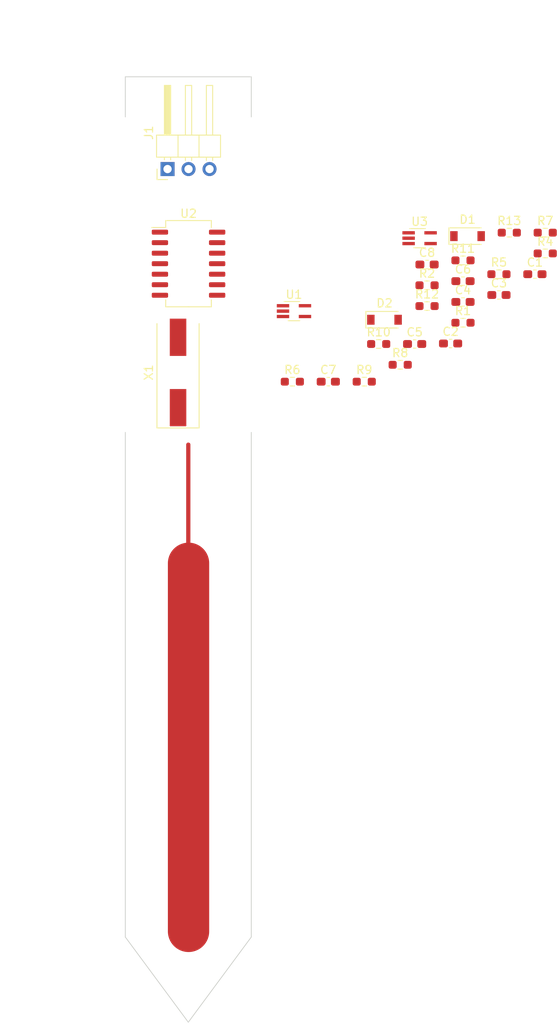
<source format=kicad_pcb>
(kicad_pcb (version 20211014) (generator pcbnew)
  (layers (0 "F.Cu" signal) (31 "B.Cu" signal) (34 "B.Paste" user) (35 "F.Paste" user) (36 "B.SilkS" user "B.Silkscreen") (37 "F.SilkS" user "F.Silkscreen") (38 "B.Mask" user) (39 "F.Mask" user) (44 "Edge.Cuts" user))
  (net 0 "")
  (net 1 "Net-(C1-Pad1)")
  (net 2 "GND")
  (net 3 "Net-(C2-Pad1)")
  (net 4 "VCC")
  (net 5 "/SENSE_LOW")
  (net 6 "/SENSE_HIGH")
  (net 7 "/SENSOR_TRACK")
  (net 8 "Net-(R4-Pad2)")
  (net 9 "Net-(R12-Pad2)")
  (net 10 "Net-(R10-Pad1)")
  (net 11 "/OUT")
  (net 12 "Net-(C7-Pad1)")
  (net 13 "Net-(R12-Pad1)")
  (net 14 "Net-(R13-Pad2)")
  (net 15 "Net-(U2-Pad9)")
  (net 16 "Net-(U2-Pad6)")
  (footprint "Connector_PinHeader_2.54mm:PinHeader_1x03_P2.54mm_Horizontal" (layer "F.Cu") (at 104.14 39.37 90)
    (fp_text reference "J1" (at 4.385 -2.27 90) (layer "F.SilkS"))
    (fp_text value "Conn_01x03")
    (fp_line (start 4.1 -0.38) (end 10.1 -0.38) (layer "F.SilkS") (width 0.12))
    (fp_line (start 1.042929 2.92) (end 1.44 2.92) (layer "F.SilkS") (width 0.12))
    (fp_line (start 4.1 4.7) (end 10.1 4.7) (layer "F.SilkS") (width 0.12))
    (fp_line (start 10.1 5.46) (end 4.1 5.46) (layer "F.SilkS") (width 0.12))
    (fp_line (start 1.44 6.41) (end 4.1 6.41) (layer "F.SilkS") (width 0.12))
    (fp_line (start 10.1 0.38) (end 4.1 0.38) (layer "F.SilkS") (width 0.12))
    (fp_line (start 10.1 4.7) (end 10.1 5.46) (layer "F.SilkS") (width 0.12))
    (fp_line (start 1.44 1.27) (end 4.1 1.27) (layer "F.SilkS") (width 0.12))
    (fp_line (start 1.11 0.38) (end 1.44 0.38) (layer "F.SilkS") (width 0.12))
    (fp_line (start -1.27 0) (end -1.27 -1.27) (layer "F.SilkS") (width 0.12))
    (fp_line (start 4.1 -0.08) (end 10.1 -0.08) (layer "F.SilkS") (width 0.12))
    (fp_line (start 4.1 -0.32) (end 10.1 -0.32) (layer "F.SilkS") (width 0.12))
    (fp_line (start 1.042929 2.16) (end 1.44 2.16) (layer "F.SilkS") (width 0.12))
    (fp_line (start 1.44 3.81) (end 4.1 3.81) (layer "F.SilkS") (width 0.12))
    (fp_line (start 4.1 -0.2) (end 10.1 -0.2) (layer "F.SilkS") (width 0.12))
    (fp_line (start 1.44 -1.33) (end 1.44 6.41) (layer "F.SilkS") (width 0.12))
    (fp_line (start 4.1 0.28) (end 10.1 0.28) (layer "F.SilkS") (width 0.12))
    (fp_line (start 4.1 0.04) (end 10.1 0.04) (layer "F.SilkS") (width 0.12))
    (fp_line (start 10.1 -0.38) (end 10.1 0.38) (layer "F.SilkS") (width 0.12))
    (fp_line (start 4.1 2.16) (end 10.1 2.16) (layer "F.SilkS") (width 0.12))
    (fp_line (start 10.1 2.16) (end 10.1 2.92) (layer "F.SilkS") (width 0.12))
    (fp_line (start 1.11 -0.38) (end 1.44 -0.38) (layer "F.SilkS") (width 0.12))
    (fp_line (start 1.042929 4.7) (end 1.44 4.7) (layer "F.SilkS") (width 0.12))
    (fp_line (start -1.27 -1.27) (end 0 -1.27) (layer "F.SilkS") (width 0.12))
    (fp_line (start 4.1 6.41) (end 4.1 -1.33) (layer "F.SilkS") (width 0.12))
    (fp_line (start 1.042929 5.46) (end 1.44 5.46) (layer "F.SilkS") (width 0.12))
    (fp_line (start 4.1 0.16) (end 10.1 0.16) (layer "F.SilkS") (width 0.12))
    (fp_line (start 10.1 2.92) (end 4.1 2.92) (layer "F.SilkS") (width 0.12))
    (fp_line (start 4.1 -1.33) (end 1.44 -1.33) (layer "F.SilkS") (width 0.12))
    (pad "1" thru_hole rect (at 0 0 90) (size 1.7 1.7) (drill 1) (layers *.Cu *.Mask) (net 2 "GND"))
    (pad "2" thru_hole oval (at 0 2.54 90) (size 1.7 1.7) (drill 1) (layers *.Cu *.Mask) (net 11 "/OUT"))
    (pad "3" thru_hole oval (at 0 5.08 90) (size 1.7 1.7) (drill 1) (layers *.Cu *.Mask) (net 4 "VCC"))
  )
  (footprint "Resistor_SMD:R_0603_1608Metric_Pad0.98x0.95mm_HandSolder" (layer "F.Cu") (at 139.89 50.4)
    (fp_text reference "R11" (at 0 -1.43) (layer "F.SilkS"))
    (fp_text value "10k 0.1%")
    (fp_line (start -0.254724 0.5225) (end 0.254724 0.5225) (layer "F.SilkS") (width 0.12))
    (fp_line (start -0.254724 -0.5225) (end 0.254724 -0.5225) (layer "F.SilkS") (width 0.12))
    (pad "1" smd roundrect (at -0.9125 0) (size 0.975 0.95) (layers "F.Cu" "F.Paste" "F.Mask") (net 10 "Net-(R10-Pad1)"))
    (pad "2" smd roundrect (at 0.9125 0) (size 0.975 0.95) (layers "F.Cu" "F.Paste" "F.Mask") (net 2 "GND"))
  )
  (footprint "Resistor_SMD:R_0603_1608Metric_Pad0.98x0.95mm_HandSolder" (layer "F.Cu") (at 149.84 47.05)
    (fp_text reference "R7" (at 0 -1.43) (layer "F.SilkS"))
    (fp_text value "1M")
    (fp_line (start -0.254724 -0.5225) (end 0.254724 -0.5225) (layer "F.SilkS") (width 0.12))
    (fp_line (start -0.254724 0.5225) (end 0.254724 0.5225) (layer "F.SilkS") (width 0.12))
    (pad "1" smd roundrect (at -0.9125 0) (size 0.975 0.95) (layers "F.Cu" "F.Paste" "F.Mask") (net 2 "GND"))
    (pad "2" smd roundrect (at 0.9125 0) (size 0.975 0.95) (layers "F.Cu" "F.Paste" "F.Mask") (net 5 "/SENSE_LOW"))
  )
  (footprint "Capacitor_SMD:C_0603_1608Metric_Pad1.08x0.95mm_HandSolder" (layer "F.Cu") (at 134.04 60.5)
    (fp_text reference "C5" (at 0 -1.43) (layer "F.SilkS"))
    (fp_text value "1n")
    (fp_line (start -0.146267 -0.51) (end 0.146267 -0.51) (layer "F.SilkS") (width 0.12))
    (fp_line (start -0.146267 0.51) (end 0.146267 0.51) (layer "F.SilkS") (width 0.12))
    (pad "1" smd roundrect (at -0.8625 0) (size 1.075 0.95) (layers "F.Cu" "F.Paste" "F.Mask") (net 6 "/SENSE_HIGH"))
    (pad "2" smd roundrect (at 0.8625 0) (size 1.075 0.95) (layers "F.Cu" "F.Paste" "F.Mask") (net 2 "GND"))
  )
  (footprint "Resistor_SMD:R_0603_1608Metric_Pad0.98x0.95mm_HandSolder" (layer "F.Cu") (at 135.54 55.92)
    (fp_text reference "R12" (at 0 -1.43) (layer "F.SilkS"))
    (fp_text value "10k 0.1%")
    (fp_line (start -0.254724 -0.5225) (end 0.254724 -0.5225) (layer "F.SilkS") (width 0.12))
    (fp_line (start -0.254724 0.5225) (end 0.254724 0.5225) (layer "F.SilkS") (width 0.12))
    (pad "1" smd roundrect (at -0.9125 0) (size 0.975 0.95) (layers "F.Cu" "F.Paste" "F.Mask") (net 13 "Net-(R12-Pad1)"))
    (pad "2" smd roundrect (at 0.9125 0) (size 0.975 0.95) (layers "F.Cu" "F.Paste" "F.Mask") (net 9 "Net-(R12-Pad2)"))
  )
  (footprint "Resistor_SMD:R_0603_1608Metric_Pad0.98x0.95mm_HandSolder" (layer "F.Cu") (at 135.54 53.41)
    (fp_text reference "R2" (at 0 -1.43) (layer "F.SilkS"))
    (fp_text value "10k")
    (fp_line (start -0.254724 -0.5225) (end 0.254724 -0.5225) (layer "F.SilkS") (width 0.12))
    (fp_line (start -0.254724 0.5225) (end 0.254724 0.5225) (layer "F.SilkS") (width 0.12))
    (pad "1" smd roundrect (at -0.9125 0) (size 0.975 0.95) (layers "F.Cu" "F.Paste" "F.Mask") (net 12 "Net-(C7-Pad1)"))
    (pad "2" smd roundrect (at 0.9125 0) (size 0.975 0.95) (layers "F.Cu" "F.Paste" "F.Mask") (net 13 "Net-(R12-Pad1)"))
  )
  (footprint "Resistor_SMD:R_0603_1608Metric_Pad0.98x0.95mm_HandSolder" (layer "F.Cu") (at 144.24 52.07)
    (fp_text reference "R5" (at 0 -1.43) (layer "F.SilkS"))
    (fp_text value "1M")
    (fp_line (start -0.254724 -0.5225) (end 0.254724 -0.5225) (layer "F.SilkS") (width 0.12))
    (fp_line (start -0.254724 0.5225) (end 0.254724 0.5225) (layer "F.SilkS") (width 0.12))
    (pad "1" smd roundrect (at -0.9125 0) (size 0.975 0.95) (layers "F.Cu" "F.Paste" "F.Mask") (net 5 "/SENSE_LOW"))
    (pad "2" smd roundrect (at 0.9125 0) (size 0.975 0.95) (layers "F.Cu" "F.Paste" "F.Mask") (net 4 "VCC"))
  )
  (footprint "Resistor_SMD:R_0603_1608Metric_Pad0.98x0.95mm_HandSolder" (layer "F.Cu") (at 129.69 60.5)
    (fp_text reference "R10" (at 0 -1.43) (layer "F.SilkS"))
    (fp_text value "10k 0.1%")
    (fp_line (start -0.254724 0.5225) (end 0.254724 0.5225) (layer "F.SilkS") (width 0.12))
    (fp_line (start -0.254724 -0.5225) (end 0.254724 -0.5225) (layer "F.SilkS") (width 0.12))
    (pad "1" smd roundrect (at -0.9125 0) (size 0.975 0.95) (layers "F.Cu" "F.Paste" "F.Mask") (net 10 "Net-(R10-Pad1)"))
    (pad "2" smd roundrect (at 0.9125 0) (size 0.975 0.95) (layers "F.Cu" "F.Paste" "F.Mask") (net 16 "Net-(U2-Pad6)"))
  )
  (footprint "Capacitor_SMD:C_0603_1608Metric_Pad1.08x0.95mm_HandSolder" (layer "F.Cu") (at 139.89 52.91)
    (fp_text reference "C6" (at 0 -1.43) (layer "F.SilkS"))
    (fp_text value "1u")
    (fp_line (start -0.146267 -0.51) (end 0.146267 -0.51) (layer "F.SilkS") (width 0.12))
    (fp_line (start -0.146267 0.51) (end 0.146267 0.51) (layer "F.SilkS") (width 0.12))
    (pad "1" smd roundrect (at -0.8625 0) (size 1.075 0.95) (layers "F.Cu" "F.Paste" "F.Mask") (net 4 "VCC"))
    (pad "2" smd roundrect (at 0.8625 0) (size 1.075 0.95) (layers "F.Cu" "F.Paste" "F.Mask") (net 2 "GND"))
  )
  (footprint "Capacitor_SMD:C_0603_1608Metric_Pad1.08x0.95mm_HandSolder" (layer "F.Cu") (at 139.89 55.42)
    (fp_text reference "C4" (at 0 -1.43) (layer "F.SilkS"))
    (fp_text value "1n")
    (fp_line (start -0.146267 -0.51) (end 0.146267 -0.51) (layer "F.SilkS") (width 0.12))
    (fp_line (start -0.146267 0.51) (end 0.146267 0.51) (layer "F.SilkS") (width 0.12))
    (pad "1" smd roundrect (at -0.8625 0) (size 1.075 0.95) (layers "F.Cu" "F.Paste" "F.Mask") (net 5 "/SENSE_LOW"))
    (pad "2" smd roundrect (at 0.8625 0) (size 1.075 0.95) (layers "F.Cu" "F.Paste" "F.Mask") (net 2 "GND"))
  )
  (footprint "Resistor_SMD:R_0603_1608Metric_Pad0.98x0.95mm_HandSolder" (layer "F.Cu") (at 139.89 57.93)
    (fp_text reference "R1" (at 0 -1.43) (layer "F.SilkS"))
    (fp_text value "1M")
    (fp_line (start -0.254724 -0.5225) (end 0.254724 -0.5225) (layer "F.SilkS") (width 0.12))
    (fp_line (start -0.254724 0.5225) (end 0.254724 0.5225) (layer "F.SilkS") (width 0.12))
    (pad "1" smd roundrect (at -0.9125 0) (size 0.975 0.95) (layers "F.Cu" "F.Paste" "F.Mask") (net 3 "Net-(C2-Pad1)"))
    (pad "2" smd roundrect (at 0.9125 0) (size 0.975 0.95) (layers "F.Cu" "F.Paste" "F.Mask") (net 1 "Net-(C1-Pad1)"))
  )
  (footprint "Resistor_SMD:R_0603_1608Metric_Pad0.98x0.95mm_HandSolder" (layer "F.Cu") (at 149.84 49.56)
    (fp_text reference "R4" (at 0 -1.43) (layer "F.SilkS"))
    (fp_text value "330")
    (fp_line (start -0.254724 -0.5225) (end 0.254724 -0.5225) (layer "F.SilkS") (width 0.12))
    (fp_line (start -0.254724 0.5225) (end 0.254724 0.5225) (layer "F.SilkS") (width 0.12))
    (pad "1" smd roundrect (at -0.9125 0) (size 0.975 0.95) (layers "F.Cu" "F.Paste" "F.Mask") (net 7 "/SENSOR_TRACK"))
    (pad "2" smd roundrect (at 0.9125 0) (size 0.975 0.95) (layers "F.Cu" "F.Paste" "F.Mask") (net 8 "Net-(R4-Pad2)"))
  )
  (footprint "Capacitor_SMD:C_0603_1608Metric_Pad1.08x0.95mm_HandSolder" (layer "F.Cu") (at 144.24 54.58)
    (fp_text reference "C3" (at 0 -1.43) (layer "F.SilkS"))
    (fp_text value "1u")
    (fp_line (start -0.146267 -0.51) (end 0.146267 -0.51) (layer "F.SilkS") (width 0.12))
    (fp_line (start -0.146267 0.51) (end 0.146267 0.51) (layer "F.SilkS") (width 0.12))
    (pad "1" smd roundrect (at -0.8625 0) (size 1.075 0.95) (layers "F.Cu" "F.Paste" "F.Mask") (net 4 "VCC"))
    (pad "2" smd roundrect (at 0.8625 0) (size 1.075 0.95) (layers "F.Cu" "F.Paste" "F.Mask") (net 2 "GND"))
  )
  (footprint "Resistor_SMD:R_0603_1608Metric_Pad0.98x0.95mm_HandSolder" (layer "F.Cu") (at 119.24 65.05)
    (fp_text reference "R6" (at 0 -1.43) (layer "F.SilkS"))
    (fp_text value "1M")
    (fp_line (start -0.254724 0.5225) (end 0.254724 0.5225) (layer "F.SilkS") (width 0.12))
    (fp_line (start -0.254724 -0.5225) (end 0.254724 -0.5225) (layer "F.SilkS") (width 0.12))
    (pad "1" smd roundrect (at -0.9125 0) (size 0.975 0.95) (layers "F.Cu" "F.Paste" "F.Mask") (net 6 "/SENSE_HIGH"))
    (pad "2" smd roundrect (at 0.9125 0) (size 0.975 0.95) (layers "F.Cu" "F.Paste" "F.Mask") (net 4 "VCC"))
  )
  (footprint "Capacitor_SMD:C_0603_1608Metric_Pad1.08x0.95mm_HandSolder" (layer "F.Cu") (at 135.54 50.9)
    (fp_text reference "C8" (at 0 -1.43) (layer "F.SilkS"))
    (fp_text value "1u")
    (fp_line (start -0.146267 0.51) (end 0.146267 0.51) (layer "F.SilkS") (width 0.12))
    (fp_line (start -0.146267 -0.51) (end 0.146267 -0.51) (layer "F.SilkS") (width 0.12))
    (pad "1" smd roundrect (at -0.8625 0) (size 1.075 0.95) (layers "F.Cu" "F.Paste" "F.Mask") (net 11 "/OUT"))
    (pad "2" smd roundrect (at 0.8625 0) (size 1.075 0.95) (layers "F.Cu" "F.Paste" "F.Mask") (net 2 "GND"))
  )
  (footprint "Capacitor_SMD:C_0603_1608Metric_Pad1.08x0.95mm_HandSolder" (layer "F.Cu") (at 123.59 65.05)
    (fp_text reference "C7" (at 0 -1.43) (layer "F.SilkS"))
    (fp_text value "1u")
    (fp_line (start -0.146267 -0.51) (end 0.146267 -0.51) (layer "F.SilkS") (width 0.12))
    (fp_line (start -0.146267 0.51) (end 0.146267 0.51) (layer "F.SilkS") (width 0.12))
    (pad "1" smd roundrect (at -0.8625 0) (size 1.075 0.95) (layers "F.Cu" "F.Paste" "F.Mask") (net 12 "Net-(C7-Pad1)"))
    (pad "2" smd roundrect (at 0.8625 0) (size 1.075 0.95) (layers "F.Cu" "F.Paste" "F.Mask") (net 2 "GND"))
  )
  (footprint "Capacitor_SMD:C_0603_1608Metric_Pad1.08x0.95mm_HandSolder" (layer "F.Cu") (at 138.39 60.44)
    (fp_text reference "C2" (at 0 -1.43) (layer "F.SilkS"))
    (fp_text value "18p")
    (fp_line (start -0.146267 0.51) (end 0.146267 0.51) (layer "F.SilkS") (width 0.12))
    (fp_line (start -0.146267 -0.51) (end 0.146267 -0.51) (layer "F.SilkS") (width 0.12))
    (pad "1" smd roundrect (at -0.8625 0) (size 1.075 0.95) (layers "F.Cu" "F.Paste" "F.Mask") (net 3 "Net-(C2-Pad1)"))
    (pad "2" smd roundrect (at 0.8625 0) (size 1.075 0.95) (layers "F.Cu" "F.Paste" "F.Mask") (net 2 "GND"))
  )
  (footprint "Diode_SMD:D_SOD-123" (layer "F.Cu") (at 140.44 47.47)
    (fp_text reference "D1" (at 0 -2) (layer "F.SilkS"))
    (fp_text value "DIODESCH")
    (fp_line (start -2.25 -1) (end 1.65 -1) (layer "F.SilkS") (width 0.12))
    (fp_line (start -2.25 -1) (end -2.25 1) (layer "F.SilkS") (width 0.12))
    (fp_line (start -2.25 1) (end 1.65 1) (layer "F.SilkS") (width 0.12))
    (pad "1" smd rect (at -1.65 0) (size 0.9 1.2) (layers "F.Cu" "F.Paste" "F.Mask") (net 5 "/SENSE_LOW"))
    (pad "2" smd rect (at 1.65 0) (size 0.9 1.2) (layers "F.Cu" "F.Paste" "F.Mask") (net 7 "/SENSOR_TRACK"))
  )
  (footprint "Package_SO:SO-14_5.3x10.2mm_P1.27mm" (layer "F.Cu") (at 106.68 50.8)
    (fp_text reference "U2" (at 0 -6.05) (layer "F.SilkS"))
    (fp_text value "LM224")
    (fp_line (start -2.76 -5.21) (end -2.76 -4.37) (layer "F.SilkS") (width 0.12))
    (fp_line (start -2.76 5.21) (end -2.76 4.37) (layer "F.SilkS") (width 0.12))
    (fp_line (start 0 -5.21) (end 2.76 -5.21) (layer "F.SilkS") (width 0.12))
    (fp_line (start 0 -5.21) (end -2.76 -5.21) (layer "F.SilkS") (width 0.12))
    (fp_line (start 0 5.21) (end -2.76 5.21) (layer "F.SilkS") (width 0.12))
    (fp_line (start 0 5.21) (end 2.76 5.21) (layer "F.SilkS") (width 0.12))
    (fp_line (start 2.76 5.21) (end 2.76 4.37) (layer "F.SilkS") (width 0.12))
    (fp_line (start -2.76 -4.37) (end -4.45 -4.37) (layer "F.SilkS") (width 0.12))
    (fp_line (start 2.76 -5.21) (end 2.76 -4.37) (layer "F.SilkS") (width 0.12))
    (pad "1" smd roundrect (at -3.4625 -3.81) (size 1.975 0.6) (layers "F.Cu" "F.Paste" "F.Mask") (net 14 "Net-(R13-Pad2)"))
    (pad "2" smd roundrect (at -3.4625 -2.54) (size 1.975 0.6) (layers "F.Cu" "F.Paste" "F.Mask") (net 14 "Net-(R13-Pad2)"))
    (pad "3" smd roundrect (at -3.4625 -1.27) (size 1.975 0.6) (layers "F.Cu" "F.Paste" "F.Mask") (net 12 "Net-(C7-Pad1)"))
    (pad "4" smd roundrect (at -3.4625 0) (size 1.975 0.6) (layers "F.Cu" "F.Paste" "F.Mask") (net 4 "VCC"))
    (pad "5" smd roundrect (at -3.4625 1.27) (size 1.975 0.6) (layers "F.Cu" "F.Paste" "F.Mask") (net 6 "/SENSE_HIGH"))
    (pad "6" smd roundrect (at -3.4625 2.54) (size 1.975 0.6) (layers "F.Cu" "F.Paste" "F.Mask") (net 16 "Net-(U2-Pad6)"))
    (pad "7" smd roundrect (at -3.4625 3.81) (size 1.975 0.6) (layers "F.Cu" "F.Paste" "F.Mask") (net 16 "Net-(U2-Pad6)"))
    (pad "8" smd roundrect (at 3.4625 3.81) (size 1.975 0.6) (layers "F.Cu" "F.Paste" "F.Mask") (net 15 "Net-(U2-Pad9)"))
    (pad "9" smd roundrect (at 3.4625 2.54) (size 1.975 0.6) (layers "F.Cu" "F.Paste" "F.Mask") (net 15 "Net-(U2-Pad9)"))
    (pad "10" smd roundrect (at 3.4625 1.27) (size 1.975 0.6) (layers "F.Cu" "F.Paste" "F.Mask") (net 5 "/SENSE_LOW"))
    (pad "11" smd roundrect (at 3.4625 0) (size 1.975 0.6) (layers "F.Cu" "F.Paste" "F.Mask") (net 2 "GND"))
    (pad "12" smd roundrect (at 3.4625 -1.27) (size 1.975 0.6) (layers "F.Cu" "F.Paste" "F.Mask") (net 10 "Net-(R10-Pad1)"))
    (pad "13" smd roundrect (at 3.4625 -2.54) (size 1.975 0.6) (layers "F.Cu" "F.Paste" "F.Mask") (net 9 "Net-(R12-Pad2)"))
    (pad "14" smd roundrect (at 3.4625 -3.81) (size 1.975 0.6) (layers "F.Cu" "F.Paste" "F.Mask") (net 13 "Net-(R12-Pad1)"))
  )
  (footprint "Package_TO_SOT_SMD:SOT-353_SC-70-5_Handsoldering" (layer "F.Cu") (at 134.64 47.72)
    (fp_text reference "U3" (at 0 -2) (layer "F.SilkS"))
    (fp_text value "74AHC1GU04")
    (fp_line (start -0.7 1.16) (end 0.7 1.16) (layer "F.SilkS") (width 0.12))
    (fp_line (start 0.7 -1.16) (end -1.2 -1.16) (layer "F.SilkS") (width 0.12))
    (pad "1" smd rect (at -1.33 -0.65) (size 1.5 0.4) (layers "F.Cu" "F.Paste" "F.Mask"))
    (pad "2" smd rect (at -1.33 0) (size 1.5 0.4) (layers "F.Cu" "F.Paste" "F.Mask") (net 3 "Net-(C2-Pad1)"))
    (pad "3" smd rect (at -1.33 0.65) (size 1.5 0.4) (layers "F.Cu" "F.Paste" "F.Mask") (net 2 "GND"))
    (pad "4" smd rect (at 1.33 0.65) (size 1.5 0.4) (layers "F.Cu" "F.Paste" "F.Mask") (net 8 "Net-(R4-Pad2)"))
    (pad "5" smd rect (at 1.33 -0.65) (size 1.5 0.4) (layers "F.Cu" "F.Paste" "F.Mask") (net 4 "VCC"))
  )
  (footprint "Diode_SMD:D_SOD-123" (layer "F.Cu") (at 130.39 57.57)
    (fp_text reference "D2" (at 0 -2) (layer "F.SilkS"))
    (fp_text value "DIODESCH")
    (fp_line (start -2.25 1) (end 1.65 1) (layer "F.SilkS") (width 0.12))
    (fp_line (start -2.25 -1) (end 1.65 -1) (layer "F.SilkS") (width 0.12))
    (fp_line (start -2.25 -1) (end -2.25 1) (layer "F.SilkS") (width 0.12))
    (pad "1" smd rect (at -1.65 0) (size 0.9 1.2) (layers "F.Cu" "F.Paste" "F.Mask") (net 7 "/SENSOR_TRACK"))
    (pad "2" smd rect (at 1.65 0) (size 0.9 1.2) (layers "F.Cu" "F.Paste" "F.Mask") (net 6 "/SENSE_HIGH"))
  )
  (footprint "Package_TO_SOT_SMD:SOT-353_SC-70-5_Handsoldering" (layer "F.Cu") (at 119.44 56.53)
    (fp_text reference "U1" (at 0 -2) (layer "F.SilkS"))
    (fp_text value "74AHC1GU04")
    (fp_line (start -0.7 1.16) (end 0.7 1.16) (layer "F.SilkS") (width 0.12))
    (fp_line (start 0.7 -1.16) (end -1.2 -1.16) (layer "F.SilkS") (width 0.12))
    (pad "1" smd rect (at -1.33 -0.65) (size 1.5 0.4) (layers "F.Cu" "F.Paste" "F.Mask"))
    (pad "2" smd rect (at -1.33 0) (size 1.5 0.4) (layers "F.Cu" "F.Paste" "F.Mask") (net 1 "Net-(C1-Pad1)"))
    (pad "3" smd rect (at -1.33 0.65) (size 1.5 0.4) (layers "F.Cu" "F.Paste" "F.Mask") (net 2 "GND"))
    (pad "4" smd rect (at 1.33 0.65) (size 1.5 0.4) (layers "F.Cu" "F.Paste" "F.Mask") (net 3 "Net-(C2-Pad1)"))
    (pad "5" smd rect (at 1.33 -0.65) (size 1.5 0.4) (layers "F.Cu" "F.Paste" "F.Mask") (net 4 "VCC"))
  )
  (footprint "Capacitor_SMD:C_0603_1608Metric_Pad1.08x0.95mm_HandSolder" (layer "F.Cu") (at 148.59 52.07)
    (fp_text reference "C1" (at 0 -1.43) (layer "F.SilkS"))
    (fp_text value "18p")
    (fp_line (start -0.146267 0.51) (end 0.146267 0.51) (layer "F.SilkS") (width 0.12))
    (fp_line (start -0.146267 -0.51) (end 0.146267 -0.51) (layer "F.SilkS") (width 0.12))
    (pad "1" smd roundrect (at -0.8625 0) (size 1.075 0.95) (layers "F.Cu" "F.Paste" "F.Mask") (net 1 "Net-(C1-Pad1)"))
    (pad "2" smd roundrect (at 0.8625 0) (size 1.075 0.95) (layers "F.Cu" "F.Paste" "F.Mask") (net 2 "GND"))
  )
  (footprint "Resistor_SMD:R_0603_1608Metric_Pad0.98x0.95mm_HandSolder" (layer "F.Cu") (at 127.94 65.05)
    (fp_text reference "R9" (at 0 -1.43) (layer "F.SilkS"))
    (fp_text value "10k 0.1%")
    (fp_line (start -0.254724 0.5225) (end 0.254724 0.5225) (layer "F.SilkS") (width 0.12))
    (fp_line (start -0.254724 -0.5225) (end 0.254724 -0.5225) (layer "F.SilkS") (width 0.12))
    (pad "1" smd roundrect (at -0.9125 0) (size 0.975 0.95) (layers "F.Cu" "F.Paste" "F.Mask") (net 9 "Net-(R12-Pad2)"))
    (pad "2" smd roundrect (at 0.9125 0) (size 0.975 0.95) (layers "F.Cu" "F.Paste" "F.Mask") (net 15 "Net-(U2-Pad9)"))
  )
  (footprint "Crystal:Crystal_SMD_HC49-SD" (layer "F.Cu") (at 105.41 63.94 90)
    (fp_text reference "X1" (at 0 -3.55 90) (layer "F.SilkS"))
    (fp_text value "16MHz")
    (fp_line (start -6.7 -2.55) (end -6.7 2.55) (layer "F.SilkS") (width 0.12))
    (fp_line (start -6.7 2.55) (end 5.9 2.55) (layer "F.SilkS") (width 0.12))
    (fp_line (start 5.9 -2.55) (end -6.7 -2.55) (layer "F.SilkS") (width 0.12))
    (pad "1" smd rect (at -4.25 0 90) (size 4.5 2) (layers "F.Cu" "F.Paste" "F.Mask") (net 1 "Net-(C1-Pad1)"))
    (pad "2" smd rect (at 4.25 0 90) (size 4.5 2) (layers "F.Cu" "F.Paste" "F.Mask") (net 3 "Net-(C2-Pad1)"))
  )
  (footprint "Resistor_SMD:R_0603_1608Metric_Pad0.98x0.95mm_HandSolder" (layer "F.Cu") (at 132.29 63.01)
    (fp_text reference "R8" (at 0 -1.43) (layer "F.SilkS"))
    (fp_text value "1M")
    (fp_line (start -0.254724 0.5225) (end 0.254724 0.5225) (layer "F.SilkS") (width 0.12))
    (fp_line (start -0.254724 -0.5225) (end 0.254724 -0.5225) (layer "F.SilkS") (width 0.12))
    (pad "1" smd roundrect (at -0.9125 0) (size 0.975 0.95) (layers "F.Cu" "F.Paste" "F.Mask") (net 2 "GND"))
    (pad "2" smd roundrect (at 0.9125 0) (size 0.975 0.95) (layers "F.Cu" "F.Paste" "F.Mask") (net 6 "/SENSE_HIGH"))
  )
  (footprint "Resistor_SMD:R_0603_1608Metric_Pad0.98x0.95mm_HandSolder" (layer "F.Cu") (at 145.49 47.05)
    (fp_text reference "R13" (at 0 -1.43) (layer "F.SilkS"))
    (fp_text value "330")
    (fp_line (start -0.254724 -0.5225) (end 0.254724 -0.5225) (layer "F.SilkS") (width 0.12))
    (fp_line (start -0.254724 0.5225) (end 0.254724 0.5225) (layer "F.SilkS") (width 0.12))
    (pad "1" smd roundrect (at -0.9125 0) (size 0.975 0.95) (layers "F.Cu" "F.Paste" "F.Mask") (net 11 "/OUT"))
    (pad "2" smd roundrect (at 0.9125 0) (size 0.975 0.95) (layers "F.Cu" "F.Paste" "F.Mask") (net 14 "Net-(R13-Pad2)"))
  )
  (gr_line (start 99.032 28.225286) (end 114.272 28.225286) (layer "Edge.Cuts") (width 0.1))
  (gr_line (start 99.032 30.535286) (end 99.032 28.225286) (layer "Edge.Cuts") (width 0.1))
  (gr_line (start 114.272 30.535286) (end 114.272 28.225286) (layer "Edge.Cuts") (width 0.1))
  (gr_line (start 114.272 30.535286) (end 114.272 33.075286) (layer "Edge.Cuts") (width 0.1))
  (gr_line (start 99.032 33.075286) (end 99.032 30.535286) (layer "Edge.Cuts") (width 0.1))
  (gr_line (start 114.272 71.175286) (end 114.272 132.135286) (layer "Edge.Cuts") (width 0.1))
  (gr_line (start 99.032 132.135286) (end 99.032 71.175286) (layer "Edge.Cuts") (width 0.1))
  (gr_line (start 106.652 142.422286) (end 114.272 132.135286) (layer "Edge.Cuts") (width 0.1))
  (gr_line (start 99.032 132.135286) (end 106.652 142.422286) (layer "Edge.Cuts") (width 0.1))
  (segment (start 106.652 86.967) (end 106.68 86.995) (width 0.254) (layer "F.Cu") (net 5))
  (segment (start 106.68 131.445) (end 106.68 86.995) (width 5) (layer "F.Cu") (net 5))
  (segment (start 106.652 85.145286) (end 106.652 86.967) (width 0.254) (layer "F.Cu") (net 5))
  (segment (start 106.652 85.145286) (end 106.652 72.656723) (width 0.508) (layer "F.Cu") (net 5))
)
</source>
